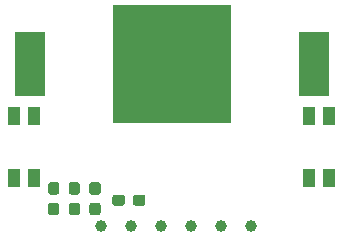
<source format=gbp>
G04 #@! TF.GenerationSoftware,KiCad,Pcbnew,5.0.1*
G04 #@! TF.CreationDate,2019-03-05T21:16:50+01:00*
G04 #@! TF.ProjectId,AnalogWatch,416E616C6F6757617463682E6B696361,rev?*
G04 #@! TF.SameCoordinates,Original*
G04 #@! TF.FileFunction,Paste,Bot*
G04 #@! TF.FilePolarity,Positive*
%FSLAX46Y46*%
G04 Gerber Fmt 4.6, Leading zero omitted, Abs format (unit mm)*
G04 Created by KiCad (PCBNEW 5.0.1) date Di 05 Mär 2019 21:16:50 CET*
%MOMM*%
%LPD*%
G01*
G04 APERTURE LIST*
%ADD10R,10.000000X10.000000*%
%ADD11R,2.500000X5.500000*%
%ADD12C,1.000000*%
%ADD13R,1.000000X1.550000*%
%ADD14C,0.100000*%
%ADD15C,0.950000*%
G04 APERTURE END LIST*
D10*
G04 #@! TO.C,BT1*
X100000000Y-95500000D03*
D11*
X88000000Y-95500000D03*
X112000000Y-95500000D03*
G04 #@! TD*
D12*
G04 #@! TO.C,J1*
X101600000Y-109220000D03*
G04 #@! TD*
G04 #@! TO.C,J2*
X99060000Y-109220000D03*
G04 #@! TD*
G04 #@! TO.C,J3*
X93980000Y-109220000D03*
G04 #@! TD*
G04 #@! TO.C,J4*
X106680000Y-109220000D03*
G04 #@! TD*
G04 #@! TO.C,J5*
X104140000Y-109220000D03*
G04 #@! TD*
G04 #@! TO.C,J6*
X96520000Y-109220000D03*
G04 #@! TD*
D13*
G04 #@! TO.C,SW1*
X86650000Y-105125000D03*
X86650000Y-99875000D03*
X88350000Y-99875000D03*
X88350000Y-105125000D03*
G04 #@! TD*
G04 #@! TO.C,SW2*
X113350000Y-99875000D03*
X113350000Y-105125000D03*
X111650000Y-105125000D03*
X111650000Y-99875000D03*
G04 #@! TD*
D14*
G04 #@! TO.C,C3*
G36*
X90260779Y-105476144D02*
X90283834Y-105479563D01*
X90306443Y-105485227D01*
X90328387Y-105493079D01*
X90349457Y-105503044D01*
X90369448Y-105515026D01*
X90388168Y-105528910D01*
X90405438Y-105544562D01*
X90421090Y-105561832D01*
X90434974Y-105580552D01*
X90446956Y-105600543D01*
X90456921Y-105621613D01*
X90464773Y-105643557D01*
X90470437Y-105666166D01*
X90473856Y-105689221D01*
X90475000Y-105712500D01*
X90475000Y-106287500D01*
X90473856Y-106310779D01*
X90470437Y-106333834D01*
X90464773Y-106356443D01*
X90456921Y-106378387D01*
X90446956Y-106399457D01*
X90434974Y-106419448D01*
X90421090Y-106438168D01*
X90405438Y-106455438D01*
X90388168Y-106471090D01*
X90369448Y-106484974D01*
X90349457Y-106496956D01*
X90328387Y-106506921D01*
X90306443Y-106514773D01*
X90283834Y-106520437D01*
X90260779Y-106523856D01*
X90237500Y-106525000D01*
X89762500Y-106525000D01*
X89739221Y-106523856D01*
X89716166Y-106520437D01*
X89693557Y-106514773D01*
X89671613Y-106506921D01*
X89650543Y-106496956D01*
X89630552Y-106484974D01*
X89611832Y-106471090D01*
X89594562Y-106455438D01*
X89578910Y-106438168D01*
X89565026Y-106419448D01*
X89553044Y-106399457D01*
X89543079Y-106378387D01*
X89535227Y-106356443D01*
X89529563Y-106333834D01*
X89526144Y-106310779D01*
X89525000Y-106287500D01*
X89525000Y-105712500D01*
X89526144Y-105689221D01*
X89529563Y-105666166D01*
X89535227Y-105643557D01*
X89543079Y-105621613D01*
X89553044Y-105600543D01*
X89565026Y-105580552D01*
X89578910Y-105561832D01*
X89594562Y-105544562D01*
X89611832Y-105528910D01*
X89630552Y-105515026D01*
X89650543Y-105503044D01*
X89671613Y-105493079D01*
X89693557Y-105485227D01*
X89716166Y-105479563D01*
X89739221Y-105476144D01*
X89762500Y-105475000D01*
X90237500Y-105475000D01*
X90260779Y-105476144D01*
X90260779Y-105476144D01*
G37*
D15*
X90000000Y-106000000D03*
D14*
G36*
X90260779Y-107226144D02*
X90283834Y-107229563D01*
X90306443Y-107235227D01*
X90328387Y-107243079D01*
X90349457Y-107253044D01*
X90369448Y-107265026D01*
X90388168Y-107278910D01*
X90405438Y-107294562D01*
X90421090Y-107311832D01*
X90434974Y-107330552D01*
X90446956Y-107350543D01*
X90456921Y-107371613D01*
X90464773Y-107393557D01*
X90470437Y-107416166D01*
X90473856Y-107439221D01*
X90475000Y-107462500D01*
X90475000Y-108037500D01*
X90473856Y-108060779D01*
X90470437Y-108083834D01*
X90464773Y-108106443D01*
X90456921Y-108128387D01*
X90446956Y-108149457D01*
X90434974Y-108169448D01*
X90421090Y-108188168D01*
X90405438Y-108205438D01*
X90388168Y-108221090D01*
X90369448Y-108234974D01*
X90349457Y-108246956D01*
X90328387Y-108256921D01*
X90306443Y-108264773D01*
X90283834Y-108270437D01*
X90260779Y-108273856D01*
X90237500Y-108275000D01*
X89762500Y-108275000D01*
X89739221Y-108273856D01*
X89716166Y-108270437D01*
X89693557Y-108264773D01*
X89671613Y-108256921D01*
X89650543Y-108246956D01*
X89630552Y-108234974D01*
X89611832Y-108221090D01*
X89594562Y-108205438D01*
X89578910Y-108188168D01*
X89565026Y-108169448D01*
X89553044Y-108149457D01*
X89543079Y-108128387D01*
X89535227Y-108106443D01*
X89529563Y-108083834D01*
X89526144Y-108060779D01*
X89525000Y-108037500D01*
X89525000Y-107462500D01*
X89526144Y-107439221D01*
X89529563Y-107416166D01*
X89535227Y-107393557D01*
X89543079Y-107371613D01*
X89553044Y-107350543D01*
X89565026Y-107330552D01*
X89578910Y-107311832D01*
X89594562Y-107294562D01*
X89611832Y-107278910D01*
X89630552Y-107265026D01*
X89650543Y-107253044D01*
X89671613Y-107243079D01*
X89693557Y-107235227D01*
X89716166Y-107229563D01*
X89739221Y-107226144D01*
X89762500Y-107225000D01*
X90237500Y-107225000D01*
X90260779Y-107226144D01*
X90260779Y-107226144D01*
G37*
D15*
X90000000Y-107750000D03*
G04 #@! TD*
D14*
G04 #@! TO.C,C4*
G36*
X92010779Y-107226144D02*
X92033834Y-107229563D01*
X92056443Y-107235227D01*
X92078387Y-107243079D01*
X92099457Y-107253044D01*
X92119448Y-107265026D01*
X92138168Y-107278910D01*
X92155438Y-107294562D01*
X92171090Y-107311832D01*
X92184974Y-107330552D01*
X92196956Y-107350543D01*
X92206921Y-107371613D01*
X92214773Y-107393557D01*
X92220437Y-107416166D01*
X92223856Y-107439221D01*
X92225000Y-107462500D01*
X92225000Y-108037500D01*
X92223856Y-108060779D01*
X92220437Y-108083834D01*
X92214773Y-108106443D01*
X92206921Y-108128387D01*
X92196956Y-108149457D01*
X92184974Y-108169448D01*
X92171090Y-108188168D01*
X92155438Y-108205438D01*
X92138168Y-108221090D01*
X92119448Y-108234974D01*
X92099457Y-108246956D01*
X92078387Y-108256921D01*
X92056443Y-108264773D01*
X92033834Y-108270437D01*
X92010779Y-108273856D01*
X91987500Y-108275000D01*
X91512500Y-108275000D01*
X91489221Y-108273856D01*
X91466166Y-108270437D01*
X91443557Y-108264773D01*
X91421613Y-108256921D01*
X91400543Y-108246956D01*
X91380552Y-108234974D01*
X91361832Y-108221090D01*
X91344562Y-108205438D01*
X91328910Y-108188168D01*
X91315026Y-108169448D01*
X91303044Y-108149457D01*
X91293079Y-108128387D01*
X91285227Y-108106443D01*
X91279563Y-108083834D01*
X91276144Y-108060779D01*
X91275000Y-108037500D01*
X91275000Y-107462500D01*
X91276144Y-107439221D01*
X91279563Y-107416166D01*
X91285227Y-107393557D01*
X91293079Y-107371613D01*
X91303044Y-107350543D01*
X91315026Y-107330552D01*
X91328910Y-107311832D01*
X91344562Y-107294562D01*
X91361832Y-107278910D01*
X91380552Y-107265026D01*
X91400543Y-107253044D01*
X91421613Y-107243079D01*
X91443557Y-107235227D01*
X91466166Y-107229563D01*
X91489221Y-107226144D01*
X91512500Y-107225000D01*
X91987500Y-107225000D01*
X92010779Y-107226144D01*
X92010779Y-107226144D01*
G37*
D15*
X91750000Y-107750000D03*
D14*
G36*
X92010779Y-105476144D02*
X92033834Y-105479563D01*
X92056443Y-105485227D01*
X92078387Y-105493079D01*
X92099457Y-105503044D01*
X92119448Y-105515026D01*
X92138168Y-105528910D01*
X92155438Y-105544562D01*
X92171090Y-105561832D01*
X92184974Y-105580552D01*
X92196956Y-105600543D01*
X92206921Y-105621613D01*
X92214773Y-105643557D01*
X92220437Y-105666166D01*
X92223856Y-105689221D01*
X92225000Y-105712500D01*
X92225000Y-106287500D01*
X92223856Y-106310779D01*
X92220437Y-106333834D01*
X92214773Y-106356443D01*
X92206921Y-106378387D01*
X92196956Y-106399457D01*
X92184974Y-106419448D01*
X92171090Y-106438168D01*
X92155438Y-106455438D01*
X92138168Y-106471090D01*
X92119448Y-106484974D01*
X92099457Y-106496956D01*
X92078387Y-106506921D01*
X92056443Y-106514773D01*
X92033834Y-106520437D01*
X92010779Y-106523856D01*
X91987500Y-106525000D01*
X91512500Y-106525000D01*
X91489221Y-106523856D01*
X91466166Y-106520437D01*
X91443557Y-106514773D01*
X91421613Y-106506921D01*
X91400543Y-106496956D01*
X91380552Y-106484974D01*
X91361832Y-106471090D01*
X91344562Y-106455438D01*
X91328910Y-106438168D01*
X91315026Y-106419448D01*
X91303044Y-106399457D01*
X91293079Y-106378387D01*
X91285227Y-106356443D01*
X91279563Y-106333834D01*
X91276144Y-106310779D01*
X91275000Y-106287500D01*
X91275000Y-105712500D01*
X91276144Y-105689221D01*
X91279563Y-105666166D01*
X91285227Y-105643557D01*
X91293079Y-105621613D01*
X91303044Y-105600543D01*
X91315026Y-105580552D01*
X91328910Y-105561832D01*
X91344562Y-105544562D01*
X91361832Y-105528910D01*
X91380552Y-105515026D01*
X91400543Y-105503044D01*
X91421613Y-105493079D01*
X91443557Y-105485227D01*
X91466166Y-105479563D01*
X91489221Y-105476144D01*
X91512500Y-105475000D01*
X91987500Y-105475000D01*
X92010779Y-105476144D01*
X92010779Y-105476144D01*
G37*
D15*
X91750000Y-106000000D03*
G04 #@! TD*
D14*
G04 #@! TO.C,C5*
G36*
X95810779Y-106526144D02*
X95833834Y-106529563D01*
X95856443Y-106535227D01*
X95878387Y-106543079D01*
X95899457Y-106553044D01*
X95919448Y-106565026D01*
X95938168Y-106578910D01*
X95955438Y-106594562D01*
X95971090Y-106611832D01*
X95984974Y-106630552D01*
X95996956Y-106650543D01*
X96006921Y-106671613D01*
X96014773Y-106693557D01*
X96020437Y-106716166D01*
X96023856Y-106739221D01*
X96025000Y-106762500D01*
X96025000Y-107237500D01*
X96023856Y-107260779D01*
X96020437Y-107283834D01*
X96014773Y-107306443D01*
X96006921Y-107328387D01*
X95996956Y-107349457D01*
X95984974Y-107369448D01*
X95971090Y-107388168D01*
X95955438Y-107405438D01*
X95938168Y-107421090D01*
X95919448Y-107434974D01*
X95899457Y-107446956D01*
X95878387Y-107456921D01*
X95856443Y-107464773D01*
X95833834Y-107470437D01*
X95810779Y-107473856D01*
X95787500Y-107475000D01*
X95212500Y-107475000D01*
X95189221Y-107473856D01*
X95166166Y-107470437D01*
X95143557Y-107464773D01*
X95121613Y-107456921D01*
X95100543Y-107446956D01*
X95080552Y-107434974D01*
X95061832Y-107421090D01*
X95044562Y-107405438D01*
X95028910Y-107388168D01*
X95015026Y-107369448D01*
X95003044Y-107349457D01*
X94993079Y-107328387D01*
X94985227Y-107306443D01*
X94979563Y-107283834D01*
X94976144Y-107260779D01*
X94975000Y-107237500D01*
X94975000Y-106762500D01*
X94976144Y-106739221D01*
X94979563Y-106716166D01*
X94985227Y-106693557D01*
X94993079Y-106671613D01*
X95003044Y-106650543D01*
X95015026Y-106630552D01*
X95028910Y-106611832D01*
X95044562Y-106594562D01*
X95061832Y-106578910D01*
X95080552Y-106565026D01*
X95100543Y-106553044D01*
X95121613Y-106543079D01*
X95143557Y-106535227D01*
X95166166Y-106529563D01*
X95189221Y-106526144D01*
X95212500Y-106525000D01*
X95787500Y-106525000D01*
X95810779Y-106526144D01*
X95810779Y-106526144D01*
G37*
D15*
X95500000Y-107000000D03*
D14*
G36*
X97560779Y-106526144D02*
X97583834Y-106529563D01*
X97606443Y-106535227D01*
X97628387Y-106543079D01*
X97649457Y-106553044D01*
X97669448Y-106565026D01*
X97688168Y-106578910D01*
X97705438Y-106594562D01*
X97721090Y-106611832D01*
X97734974Y-106630552D01*
X97746956Y-106650543D01*
X97756921Y-106671613D01*
X97764773Y-106693557D01*
X97770437Y-106716166D01*
X97773856Y-106739221D01*
X97775000Y-106762500D01*
X97775000Y-107237500D01*
X97773856Y-107260779D01*
X97770437Y-107283834D01*
X97764773Y-107306443D01*
X97756921Y-107328387D01*
X97746956Y-107349457D01*
X97734974Y-107369448D01*
X97721090Y-107388168D01*
X97705438Y-107405438D01*
X97688168Y-107421090D01*
X97669448Y-107434974D01*
X97649457Y-107446956D01*
X97628387Y-107456921D01*
X97606443Y-107464773D01*
X97583834Y-107470437D01*
X97560779Y-107473856D01*
X97537500Y-107475000D01*
X96962500Y-107475000D01*
X96939221Y-107473856D01*
X96916166Y-107470437D01*
X96893557Y-107464773D01*
X96871613Y-107456921D01*
X96850543Y-107446956D01*
X96830552Y-107434974D01*
X96811832Y-107421090D01*
X96794562Y-107405438D01*
X96778910Y-107388168D01*
X96765026Y-107369448D01*
X96753044Y-107349457D01*
X96743079Y-107328387D01*
X96735227Y-107306443D01*
X96729563Y-107283834D01*
X96726144Y-107260779D01*
X96725000Y-107237500D01*
X96725000Y-106762500D01*
X96726144Y-106739221D01*
X96729563Y-106716166D01*
X96735227Y-106693557D01*
X96743079Y-106671613D01*
X96753044Y-106650543D01*
X96765026Y-106630552D01*
X96778910Y-106611832D01*
X96794562Y-106594562D01*
X96811832Y-106578910D01*
X96830552Y-106565026D01*
X96850543Y-106553044D01*
X96871613Y-106543079D01*
X96893557Y-106535227D01*
X96916166Y-106529563D01*
X96939221Y-106526144D01*
X96962500Y-106525000D01*
X97537500Y-106525000D01*
X97560779Y-106526144D01*
X97560779Y-106526144D01*
G37*
D15*
X97250000Y-107000000D03*
G04 #@! TD*
D14*
G04 #@! TO.C,C6*
G36*
X93760779Y-105476144D02*
X93783834Y-105479563D01*
X93806443Y-105485227D01*
X93828387Y-105493079D01*
X93849457Y-105503044D01*
X93869448Y-105515026D01*
X93888168Y-105528910D01*
X93905438Y-105544562D01*
X93921090Y-105561832D01*
X93934974Y-105580552D01*
X93946956Y-105600543D01*
X93956921Y-105621613D01*
X93964773Y-105643557D01*
X93970437Y-105666166D01*
X93973856Y-105689221D01*
X93975000Y-105712500D01*
X93975000Y-106287500D01*
X93973856Y-106310779D01*
X93970437Y-106333834D01*
X93964773Y-106356443D01*
X93956921Y-106378387D01*
X93946956Y-106399457D01*
X93934974Y-106419448D01*
X93921090Y-106438168D01*
X93905438Y-106455438D01*
X93888168Y-106471090D01*
X93869448Y-106484974D01*
X93849457Y-106496956D01*
X93828387Y-106506921D01*
X93806443Y-106514773D01*
X93783834Y-106520437D01*
X93760779Y-106523856D01*
X93737500Y-106525000D01*
X93262500Y-106525000D01*
X93239221Y-106523856D01*
X93216166Y-106520437D01*
X93193557Y-106514773D01*
X93171613Y-106506921D01*
X93150543Y-106496956D01*
X93130552Y-106484974D01*
X93111832Y-106471090D01*
X93094562Y-106455438D01*
X93078910Y-106438168D01*
X93065026Y-106419448D01*
X93053044Y-106399457D01*
X93043079Y-106378387D01*
X93035227Y-106356443D01*
X93029563Y-106333834D01*
X93026144Y-106310779D01*
X93025000Y-106287500D01*
X93025000Y-105712500D01*
X93026144Y-105689221D01*
X93029563Y-105666166D01*
X93035227Y-105643557D01*
X93043079Y-105621613D01*
X93053044Y-105600543D01*
X93065026Y-105580552D01*
X93078910Y-105561832D01*
X93094562Y-105544562D01*
X93111832Y-105528910D01*
X93130552Y-105515026D01*
X93150543Y-105503044D01*
X93171613Y-105493079D01*
X93193557Y-105485227D01*
X93216166Y-105479563D01*
X93239221Y-105476144D01*
X93262500Y-105475000D01*
X93737500Y-105475000D01*
X93760779Y-105476144D01*
X93760779Y-105476144D01*
G37*
D15*
X93500000Y-106000000D03*
D14*
G36*
X93760779Y-107226144D02*
X93783834Y-107229563D01*
X93806443Y-107235227D01*
X93828387Y-107243079D01*
X93849457Y-107253044D01*
X93869448Y-107265026D01*
X93888168Y-107278910D01*
X93905438Y-107294562D01*
X93921090Y-107311832D01*
X93934974Y-107330552D01*
X93946956Y-107350543D01*
X93956921Y-107371613D01*
X93964773Y-107393557D01*
X93970437Y-107416166D01*
X93973856Y-107439221D01*
X93975000Y-107462500D01*
X93975000Y-108037500D01*
X93973856Y-108060779D01*
X93970437Y-108083834D01*
X93964773Y-108106443D01*
X93956921Y-108128387D01*
X93946956Y-108149457D01*
X93934974Y-108169448D01*
X93921090Y-108188168D01*
X93905438Y-108205438D01*
X93888168Y-108221090D01*
X93869448Y-108234974D01*
X93849457Y-108246956D01*
X93828387Y-108256921D01*
X93806443Y-108264773D01*
X93783834Y-108270437D01*
X93760779Y-108273856D01*
X93737500Y-108275000D01*
X93262500Y-108275000D01*
X93239221Y-108273856D01*
X93216166Y-108270437D01*
X93193557Y-108264773D01*
X93171613Y-108256921D01*
X93150543Y-108246956D01*
X93130552Y-108234974D01*
X93111832Y-108221090D01*
X93094562Y-108205438D01*
X93078910Y-108188168D01*
X93065026Y-108169448D01*
X93053044Y-108149457D01*
X93043079Y-108128387D01*
X93035227Y-108106443D01*
X93029563Y-108083834D01*
X93026144Y-108060779D01*
X93025000Y-108037500D01*
X93025000Y-107462500D01*
X93026144Y-107439221D01*
X93029563Y-107416166D01*
X93035227Y-107393557D01*
X93043079Y-107371613D01*
X93053044Y-107350543D01*
X93065026Y-107330552D01*
X93078910Y-107311832D01*
X93094562Y-107294562D01*
X93111832Y-107278910D01*
X93130552Y-107265026D01*
X93150543Y-107253044D01*
X93171613Y-107243079D01*
X93193557Y-107235227D01*
X93216166Y-107229563D01*
X93239221Y-107226144D01*
X93262500Y-107225000D01*
X93737500Y-107225000D01*
X93760779Y-107226144D01*
X93760779Y-107226144D01*
G37*
D15*
X93500000Y-107750000D03*
G04 #@! TD*
M02*

</source>
